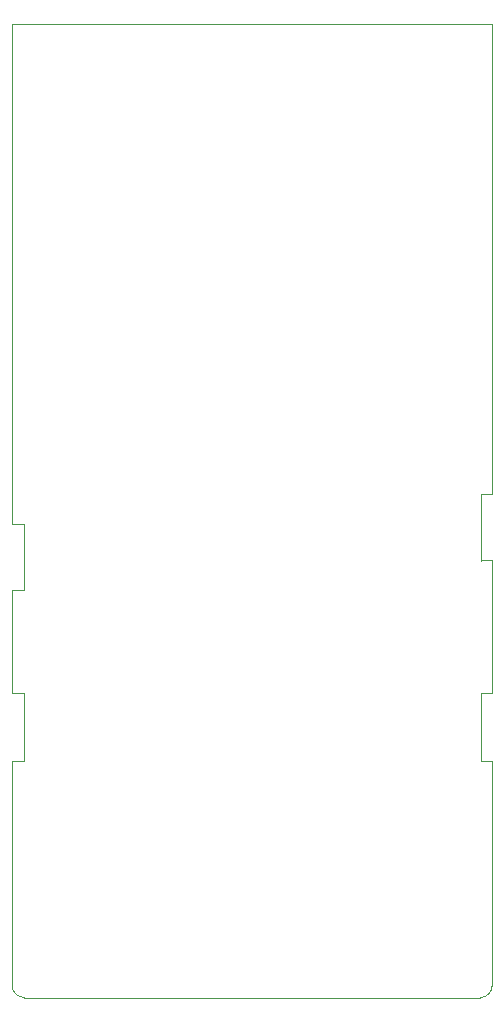
<source format=gbr>
%TF.GenerationSoftware,KiCad,Pcbnew,(5.1.10)-1*%
%TF.CreationDate,2022-11-16T00:45:25-05:00*%
%TF.ProjectId,Coleco-Card3,436f6c65-636f-42d4-9361-7264332e6b69,1*%
%TF.SameCoordinates,Original*%
%TF.FileFunction,Profile,NP*%
%FSLAX46Y46*%
G04 Gerber Fmt 4.6, Leading zero omitted, Abs format (unit mm)*
G04 Created by KiCad (PCBNEW (5.1.10)-1) date 2022-11-16 00:45:25*
%MOMM*%
%LPD*%
G01*
G04 APERTURE LIST*
%TA.AperFunction,Profile*%
%ADD10C,0.025400*%
%TD*%
G04 APERTURE END LIST*
D10*
%TO.C,X1*%
X119392701Y-71132701D02*
X119392701Y-110935201D01*
X78752701Y-71132701D02*
X78752701Y-113432701D01*
X79722701Y-113432701D02*
X78752701Y-113432701D01*
X119392701Y-110935201D02*
X118422701Y-110935201D01*
X79722701Y-113432701D02*
X79722701Y-119032701D01*
X118422701Y-110935201D02*
X118422701Y-116535201D01*
X119392701Y-116532701D02*
X118422701Y-116532701D01*
X79722701Y-119032701D02*
X78752701Y-119032701D01*
X78752701Y-119032701D02*
X78752701Y-127782701D01*
X119392701Y-116532701D02*
X119392701Y-127782701D01*
X119392701Y-127782701D02*
X118422701Y-127782701D01*
X119392701Y-133532701D02*
X118422701Y-133532701D01*
X79722701Y-127782701D02*
X78752701Y-127782701D01*
X79722701Y-133532701D02*
X78752701Y-133532701D01*
X118422701Y-127782701D02*
X118422701Y-133532701D01*
X79722701Y-127782701D02*
X79722701Y-133532701D01*
X79768701Y-153532701D02*
X118376701Y-153532701D01*
X78752701Y-133532701D02*
X78752701Y-152516701D01*
X119392701Y-133532701D02*
X119392701Y-152516701D01*
X78752701Y-71132701D02*
X119392701Y-71132701D01*
X118376701Y-153532701D02*
G75*
G03*
X119392701Y-152516701I0J1016000D01*
G01*
X79768701Y-153532701D02*
G75*
G02*
X78752701Y-152516701I0J1016000D01*
G01*
%TD*%
M02*

</source>
